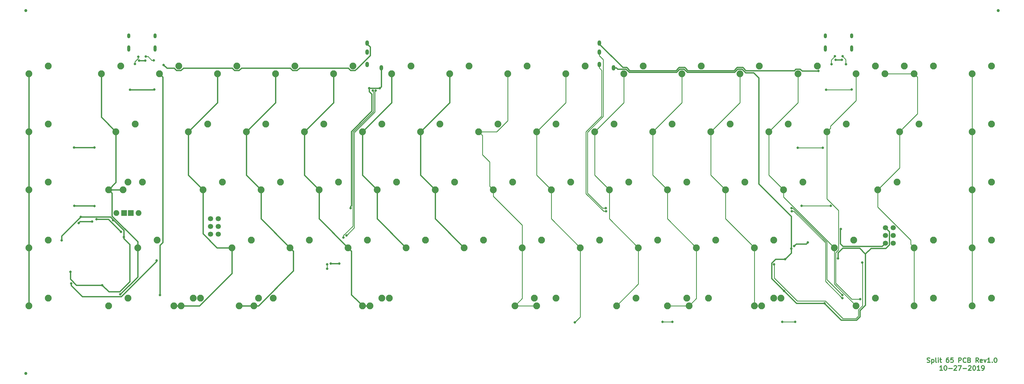
<source format=gtl>
G04 #@! TF.GenerationSoftware,KiCad,Pcbnew,(5.0.0)*
G04 #@! TF.CreationDate,2020-01-09T12:02:49-05:00*
G04 #@! TF.ProjectId,split_65,73706C69745F36352E6B696361645F70,1.0*
G04 #@! TF.SameCoordinates,Original*
G04 #@! TF.FileFunction,Copper,L1,Top,Signal*
G04 #@! TF.FilePolarity,Positive*
%FSLAX46Y46*%
G04 Gerber Fmt 4.6, Leading zero omitted, Abs format (unit mm)*
G04 Created by KiCad (PCBNEW (5.0.0)) date 01/09/20 12:02:49*
%MOMM*%
%LPD*%
G01*
G04 APERTURE LIST*
G04 #@! TA.AperFunction,NonConductor*
%ADD10C,0.300000*%
G04 #@! TD*
G04 #@! TA.AperFunction,ComponentPad*
%ADD11C,2.250000*%
G04 #@! TD*
G04 #@! TA.AperFunction,ComponentPad*
%ADD12C,1.700000*%
G04 #@! TD*
G04 #@! TA.AperFunction,ComponentPad*
%ADD13O,1.000000X2.100000*%
G04 #@! TD*
G04 #@! TA.AperFunction,ComponentPad*
%ADD14O,1.000000X1.600000*%
G04 #@! TD*
G04 #@! TA.AperFunction,ComponentPad*
%ADD15O,1.200000X1.800000*%
G04 #@! TD*
G04 #@! TA.AperFunction,BGAPad,CuDef*
%ADD16C,1.000000*%
G04 #@! TD*
G04 #@! TA.AperFunction,ComponentPad*
%ADD17C,1.905000*%
G04 #@! TD*
G04 #@! TA.AperFunction,ComponentPad*
%ADD18R,1.905000X1.905000*%
G04 #@! TD*
G04 #@! TA.AperFunction,ViaPad*
%ADD19C,0.800000*%
G04 #@! TD*
G04 #@! TA.AperFunction,Conductor*
%ADD20C,0.381000*%
G04 #@! TD*
G04 #@! TA.AperFunction,Conductor*
%ADD21C,0.254000*%
G04 #@! TD*
G04 APERTURE END LIST*
D10*
X319566568Y-154114042D02*
X319780854Y-154185471D01*
X320137997Y-154185471D01*
X320280854Y-154114042D01*
X320352282Y-154042614D01*
X320423711Y-153899757D01*
X320423711Y-153756900D01*
X320352282Y-153614042D01*
X320280854Y-153542614D01*
X320137997Y-153471185D01*
X319852282Y-153399757D01*
X319709425Y-153328328D01*
X319637997Y-153256900D01*
X319566568Y-153114042D01*
X319566568Y-152971185D01*
X319637997Y-152828328D01*
X319709425Y-152756900D01*
X319852282Y-152685471D01*
X320209425Y-152685471D01*
X320423711Y-152756900D01*
X321066568Y-153185471D02*
X321066568Y-154685471D01*
X321066568Y-153256900D02*
X321209425Y-153185471D01*
X321495140Y-153185471D01*
X321637997Y-153256900D01*
X321709425Y-153328328D01*
X321780854Y-153471185D01*
X321780854Y-153899757D01*
X321709425Y-154042614D01*
X321637997Y-154114042D01*
X321495140Y-154185471D01*
X321209425Y-154185471D01*
X321066568Y-154114042D01*
X322637997Y-154185471D02*
X322495140Y-154114042D01*
X322423711Y-153971185D01*
X322423711Y-152685471D01*
X323209425Y-154185471D02*
X323209425Y-153185471D01*
X323209425Y-152685471D02*
X323137997Y-152756900D01*
X323209425Y-152828328D01*
X323280854Y-152756900D01*
X323209425Y-152685471D01*
X323209425Y-152828328D01*
X323709425Y-153185471D02*
X324280854Y-153185471D01*
X323923711Y-152685471D02*
X323923711Y-153971185D01*
X323995140Y-154114042D01*
X324137997Y-154185471D01*
X324280854Y-154185471D01*
X326566568Y-152685471D02*
X326280854Y-152685471D01*
X326137997Y-152756900D01*
X326066568Y-152828328D01*
X325923711Y-153042614D01*
X325852282Y-153328328D01*
X325852282Y-153899757D01*
X325923711Y-154042614D01*
X325995140Y-154114042D01*
X326137997Y-154185471D01*
X326423711Y-154185471D01*
X326566568Y-154114042D01*
X326637997Y-154042614D01*
X326709425Y-153899757D01*
X326709425Y-153542614D01*
X326637997Y-153399757D01*
X326566568Y-153328328D01*
X326423711Y-153256900D01*
X326137997Y-153256900D01*
X325995140Y-153328328D01*
X325923711Y-153399757D01*
X325852282Y-153542614D01*
X328066568Y-152685471D02*
X327352282Y-152685471D01*
X327280854Y-153399757D01*
X327352282Y-153328328D01*
X327495140Y-153256900D01*
X327852282Y-153256900D01*
X327995140Y-153328328D01*
X328066568Y-153399757D01*
X328137997Y-153542614D01*
X328137997Y-153899757D01*
X328066568Y-154042614D01*
X327995140Y-154114042D01*
X327852282Y-154185471D01*
X327495140Y-154185471D01*
X327352282Y-154114042D01*
X327280854Y-154042614D01*
X329923711Y-154185471D02*
X329923711Y-152685471D01*
X330495140Y-152685471D01*
X330637997Y-152756900D01*
X330709425Y-152828328D01*
X330780854Y-152971185D01*
X330780854Y-153185471D01*
X330709425Y-153328328D01*
X330637997Y-153399757D01*
X330495140Y-153471185D01*
X329923711Y-153471185D01*
X332280854Y-154042614D02*
X332209425Y-154114042D01*
X331995140Y-154185471D01*
X331852282Y-154185471D01*
X331637997Y-154114042D01*
X331495140Y-153971185D01*
X331423711Y-153828328D01*
X331352282Y-153542614D01*
X331352282Y-153328328D01*
X331423711Y-153042614D01*
X331495140Y-152899757D01*
X331637997Y-152756900D01*
X331852282Y-152685471D01*
X331995140Y-152685471D01*
X332209425Y-152756900D01*
X332280854Y-152828328D01*
X333423711Y-153399757D02*
X333637997Y-153471185D01*
X333709425Y-153542614D01*
X333780854Y-153685471D01*
X333780854Y-153899757D01*
X333709425Y-154042614D01*
X333637997Y-154114042D01*
X333495140Y-154185471D01*
X332923711Y-154185471D01*
X332923711Y-152685471D01*
X333423711Y-152685471D01*
X333566568Y-152756900D01*
X333637997Y-152828328D01*
X333709425Y-152971185D01*
X333709425Y-153114042D01*
X333637997Y-153256900D01*
X333566568Y-153328328D01*
X333423711Y-153399757D01*
X332923711Y-153399757D01*
X336423711Y-154185471D02*
X335923711Y-153471185D01*
X335566568Y-154185471D02*
X335566568Y-152685471D01*
X336137997Y-152685471D01*
X336280854Y-152756900D01*
X336352282Y-152828328D01*
X336423711Y-152971185D01*
X336423711Y-153185471D01*
X336352282Y-153328328D01*
X336280854Y-153399757D01*
X336137997Y-153471185D01*
X335566568Y-153471185D01*
X337637997Y-154114042D02*
X337495140Y-154185471D01*
X337209425Y-154185471D01*
X337066568Y-154114042D01*
X336995140Y-153971185D01*
X336995140Y-153399757D01*
X337066568Y-153256900D01*
X337209425Y-153185471D01*
X337495140Y-153185471D01*
X337637997Y-153256900D01*
X337709425Y-153399757D01*
X337709425Y-153542614D01*
X336995140Y-153685471D01*
X338209425Y-153185471D02*
X338566568Y-154185471D01*
X338923711Y-153185471D01*
X340280854Y-154185471D02*
X339423711Y-154185471D01*
X339852282Y-154185471D02*
X339852282Y-152685471D01*
X339709425Y-152899757D01*
X339566568Y-153042614D01*
X339423711Y-153114042D01*
X340923711Y-154042614D02*
X340995140Y-154114042D01*
X340923711Y-154185471D01*
X340852282Y-154114042D01*
X340923711Y-154042614D01*
X340923711Y-154185471D01*
X341923711Y-152685471D02*
X342066568Y-152685471D01*
X342209425Y-152756900D01*
X342280854Y-152828328D01*
X342352282Y-152971185D01*
X342423711Y-153256900D01*
X342423711Y-153614042D01*
X342352282Y-153899757D01*
X342280854Y-154042614D01*
X342209425Y-154114042D01*
X342066568Y-154185471D01*
X341923711Y-154185471D01*
X341780854Y-154114042D01*
X341709425Y-154042614D01*
X341637997Y-153899757D01*
X341566568Y-153614042D01*
X341566568Y-153256900D01*
X341637997Y-152971185D01*
X341709425Y-152828328D01*
X341780854Y-152756900D01*
X341923711Y-152685471D01*
X324566568Y-156735471D02*
X323709425Y-156735471D01*
X324137997Y-156735471D02*
X324137997Y-155235471D01*
X323995140Y-155449757D01*
X323852282Y-155592614D01*
X323709425Y-155664042D01*
X325495140Y-155235471D02*
X325637997Y-155235471D01*
X325780854Y-155306900D01*
X325852282Y-155378328D01*
X325923711Y-155521185D01*
X325995140Y-155806900D01*
X325995140Y-156164042D01*
X325923711Y-156449757D01*
X325852282Y-156592614D01*
X325780854Y-156664042D01*
X325637997Y-156735471D01*
X325495140Y-156735471D01*
X325352282Y-156664042D01*
X325280854Y-156592614D01*
X325209425Y-156449757D01*
X325137997Y-156164042D01*
X325137997Y-155806900D01*
X325209425Y-155521185D01*
X325280854Y-155378328D01*
X325352282Y-155306900D01*
X325495140Y-155235471D01*
X326637997Y-156164042D02*
X327780854Y-156164042D01*
X328423711Y-155378328D02*
X328495140Y-155306900D01*
X328637997Y-155235471D01*
X328995140Y-155235471D01*
X329137997Y-155306900D01*
X329209425Y-155378328D01*
X329280854Y-155521185D01*
X329280854Y-155664042D01*
X329209425Y-155878328D01*
X328352282Y-156735471D01*
X329280854Y-156735471D01*
X329780854Y-155235471D02*
X330780854Y-155235471D01*
X330137997Y-156735471D01*
X331352282Y-156164042D02*
X332495140Y-156164042D01*
X333137997Y-155378328D02*
X333209425Y-155306900D01*
X333352282Y-155235471D01*
X333709425Y-155235471D01*
X333852282Y-155306900D01*
X333923711Y-155378328D01*
X333995140Y-155521185D01*
X333995140Y-155664042D01*
X333923711Y-155878328D01*
X333066568Y-156735471D01*
X333995140Y-156735471D01*
X334923711Y-155235471D02*
X335066568Y-155235471D01*
X335209425Y-155306900D01*
X335280854Y-155378328D01*
X335352282Y-155521185D01*
X335423711Y-155806900D01*
X335423711Y-156164042D01*
X335352282Y-156449757D01*
X335280854Y-156592614D01*
X335209425Y-156664042D01*
X335066568Y-156735471D01*
X334923711Y-156735471D01*
X334780854Y-156664042D01*
X334709425Y-156592614D01*
X334637997Y-156449757D01*
X334566568Y-156164042D01*
X334566568Y-155806900D01*
X334637997Y-155521185D01*
X334709425Y-155378328D01*
X334780854Y-155306900D01*
X334923711Y-155235471D01*
X336852282Y-156735471D02*
X335995140Y-156735471D01*
X336423711Y-156735471D02*
X336423711Y-155235471D01*
X336280854Y-155449757D01*
X336137997Y-155592614D01*
X335995140Y-155664042D01*
X337566568Y-156735471D02*
X337852282Y-156735471D01*
X337995140Y-156664042D01*
X338066568Y-156592614D01*
X338209425Y-156378328D01*
X338280854Y-156092614D01*
X338280854Y-155521185D01*
X338209425Y-155378328D01*
X338137997Y-155306900D01*
X337995140Y-155235471D01*
X337709425Y-155235471D01*
X337566568Y-155306900D01*
X337495140Y-155378328D01*
X337423711Y-155521185D01*
X337423711Y-155878328D01*
X337495140Y-156021185D01*
X337566568Y-156092614D01*
X337709425Y-156164042D01*
X337995140Y-156164042D01*
X338137997Y-156092614D01*
X338209425Y-156021185D01*
X338280854Y-155878328D01*
D11*
G04 #@! TO.P,MX20,2*
G04 #@! TO.N,Net-(D19-Pad2)*
X126365728Y-94933088D03*
G04 #@! TO.P,MX20,1*
G04 #@! TO.N,COL5*
X120015728Y-97473088D03*
G04 #@! TD*
D12*
G04 #@! TO.P,J10,6*
G04 #@! TO.N,GNDA*
X305863540Y-115030000D03*
G04 #@! TO.P,J10,5*
G04 #@! TO.N,RESET-R*
X308403540Y-115030000D03*
G04 #@! TO.P,J10,4*
G04 #@! TO.N,MOSI-R*
X305863540Y-112490000D03*
G04 #@! TO.P,J10,3*
G04 #@! TO.N,SCK-R*
X308403540Y-112490000D03*
G04 #@! TO.P,J10,2*
G04 #@! TO.N,+5VA*
X305863540Y-109950000D03*
G04 #@! TO.P,J10,1*
G04 #@! TO.N,MISO-R*
X308403540Y-109950000D03*
G04 #@! TD*
G04 #@! TO.P,J2,1*
G04 #@! TO.N,MISO*
X86970000Y-106980000D03*
G04 #@! TO.P,J2,2*
G04 #@! TO.N,+5V*
X84430000Y-106980000D03*
G04 #@! TO.P,J2,3*
G04 #@! TO.N,SCK*
X86970000Y-109520000D03*
G04 #@! TO.P,J2,4*
G04 #@! TO.N,MOSI*
X84430000Y-109520000D03*
G04 #@! TO.P,J2,5*
G04 #@! TO.N,RESET*
X86970000Y-112060000D03*
G04 #@! TO.P,J2,6*
G04 #@! TO.N,GND*
X84430000Y-112060000D03*
G04 #@! TD*
D11*
G04 #@! TO.P,MX29,1*
G04 #@! TO.N,COL7*
X167641008Y-116523200D03*
G04 #@! TO.P,MX29,2*
G04 #@! TO.N,Net-(D28-Pad2)*
X173991008Y-113983200D03*
G04 #@! TD*
G04 #@! TO.P,MX25,1*
G04 #@! TO.N,COL3*
X91440560Y-116523200D03*
G04 #@! TO.P,MX25,2*
G04 #@! TO.N,Net-(D24-Pad2)*
X97790560Y-113983200D03*
G04 #@! TD*
G04 #@! TO.P,MX21,1*
G04 #@! TO.N,COL6*
X139065840Y-97473088D03*
G04 #@! TO.P,MX21,2*
G04 #@! TO.N,Net-(D20-Pad2)*
X145415840Y-94933088D03*
G04 #@! TD*
D13*
G04 #@! TO.P,USB1,13*
G04 #@! TO.N,GND*
X57592500Y-51131042D03*
X66232500Y-51131042D03*
D14*
X57592500Y-46951042D03*
X66232500Y-46951042D03*
G04 #@! TD*
D15*
G04 #@! TO.P,J1,1*
G04 #@! TO.N,GND*
X135812500Y-49336990D03*
G04 #@! TO.P,J1,2*
G04 #@! TO.N,SCL*
X135812500Y-52336990D03*
G04 #@! TO.P,J1,3*
G04 #@! TO.N,SDA*
X135812500Y-56336990D03*
G04 #@! TO.P,J1,4*
G04 #@! TO.N,+5V*
X140412500Y-57436990D03*
G04 #@! TD*
D13*
G04 #@! TO.P,USB2,13*
G04 #@! TO.N,GNDA*
X286194292Y-51131042D03*
X294834292Y-51131042D03*
D14*
X286194292Y-46951042D03*
X294834292Y-46951042D03*
G04 #@! TD*
D15*
G04 #@! TO.P,J9,4*
G04 #@! TO.N,+5VA*
X216612290Y-57436990D03*
G04 #@! TO.P,J9,3*
G04 #@! TO.N,SDA-R*
X212012290Y-56336990D03*
G04 #@! TO.P,J9,2*
G04 #@! TO.N,SCL-R*
X212012290Y-52336990D03*
G04 #@! TO.P,J9,1*
G04 #@! TO.N,GNDA*
X212012290Y-49336990D03*
G04 #@! TD*
D16*
G04 #@! TO.P,FID2,~*
G04 #@! TO.N,N/C*
X23812600Y-38695475D03*
G04 #@! TD*
G04 #@! TO.P,FID4,~*
G04 #@! TO.N,N/C*
X342901440Y-38695475D03*
G04 #@! TD*
G04 #@! TO.P,FID6,~*
G04 #@! TO.N,N/C*
X23812600Y-157758475D03*
G04 #@! TD*
D11*
G04 #@! TO.P,MX0,1*
G04 #@! TO.N,COL0*
X24765168Y-59372864D03*
G04 #@! TO.P,MX0,2*
G04 #@! TO.N,Net-(D0-Pad2)*
X31115168Y-56832864D03*
G04 #@! TD*
G04 #@! TO.P,MX1,1*
G04 #@! TO.N,COL1*
X48577808Y-59372864D03*
G04 #@! TO.P,MX1,2*
G04 #@! TO.N,Net-(D1-Pad2)*
X54927808Y-56832864D03*
G04 #@! TD*
G04 #@! TO.P,MX2,1*
G04 #@! TO.N,COL2*
X67627920Y-59372864D03*
G04 #@! TO.P,MX2,2*
G04 #@! TO.N,Net-(D2-Pad2)*
X73977920Y-56832864D03*
G04 #@! TD*
G04 #@! TO.P,MX3,1*
G04 #@! TO.N,COL3*
X86678032Y-59372864D03*
G04 #@! TO.P,MX3,2*
G04 #@! TO.N,Net-(D3-Pad2)*
X93028032Y-56832864D03*
G04 #@! TD*
G04 #@! TO.P,MX4,2*
G04 #@! TO.N,Net-(D4-Pad2)*
X112078144Y-56832864D03*
G04 #@! TO.P,MX4,1*
G04 #@! TO.N,COL4*
X105728144Y-59372864D03*
G04 #@! TD*
G04 #@! TO.P,MX5,2*
G04 #@! TO.N,Net-(D5-Pad2)*
X131128256Y-56832864D03*
G04 #@! TO.P,MX5,1*
G04 #@! TO.N,COL5*
X124778256Y-59372864D03*
G04 #@! TD*
G04 #@! TO.P,MX6,2*
G04 #@! TO.N,Net-(D6-Pad2)*
X150178368Y-56832864D03*
G04 #@! TO.P,MX6,1*
G04 #@! TO.N,COL6*
X143828368Y-59372864D03*
G04 #@! TD*
G04 #@! TO.P,MX7,2*
G04 #@! TO.N,Net-(D7-Pad2)*
X169228480Y-56832864D03*
G04 #@! TO.P,MX7,1*
G04 #@! TO.N,COL7*
X162878480Y-59372864D03*
G04 #@! TD*
G04 #@! TO.P,MX8,2*
G04 #@! TO.N,Net-(D8-Pad2)*
X31115168Y-75882976D03*
G04 #@! TO.P,MX8,1*
G04 #@! TO.N,COL0*
X24765168Y-78422976D03*
G04 #@! TD*
G04 #@! TO.P,MX9,2*
G04 #@! TO.N,Net-(D9-Pad2)*
X59690336Y-75882976D03*
G04 #@! TO.P,MX9,1*
G04 #@! TO.N,COL1*
X53340336Y-78422976D03*
G04 #@! TD*
G04 #@! TO.P,MX10,2*
G04 #@! TO.N,Net-(D10-Pad2)*
X83502976Y-75882976D03*
G04 #@! TO.P,MX10,1*
G04 #@! TO.N,COL3*
X77152976Y-78422976D03*
G04 #@! TD*
G04 #@! TO.P,MX11,2*
G04 #@! TO.N,Net-(D11-Pad2)*
X102553088Y-75882976D03*
G04 #@! TO.P,MX11,1*
G04 #@! TO.N,COL4*
X96203088Y-78422976D03*
G04 #@! TD*
G04 #@! TO.P,MX12,1*
G04 #@! TO.N,COL5*
X115253200Y-78422976D03*
G04 #@! TO.P,MX12,2*
G04 #@! TO.N,Net-(D12-Pad2)*
X121603200Y-75882976D03*
G04 #@! TD*
G04 #@! TO.P,MX13,1*
G04 #@! TO.N,COL6*
X134303312Y-78422976D03*
G04 #@! TO.P,MX13,2*
G04 #@! TO.N,Net-(D13-Pad2)*
X140653312Y-75882976D03*
G04 #@! TD*
G04 #@! TO.P,MX14,2*
G04 #@! TO.N,Net-(D14-Pad2)*
X159703424Y-75882976D03*
G04 #@! TO.P,MX14,1*
G04 #@! TO.N,COL7*
X153353424Y-78422976D03*
G04 #@! TD*
G04 #@! TO.P,MX15,1*
G04 #@! TO.N,COL0*
X24765168Y-97473088D03*
G04 #@! TO.P,MX15,2*
G04 #@! TO.N,Net-(D15-Pad2)*
X31115168Y-94933088D03*
G04 #@! TD*
G04 #@! TO.P,MX18,2*
G04 #@! TO.N,Net-(D17-Pad2)*
X88265504Y-94933088D03*
G04 #@! TO.P,MX18,1*
G04 #@! TO.N,COL3*
X81915504Y-97473088D03*
G04 #@! TD*
G04 #@! TO.P,MX19,1*
G04 #@! TO.N,COL4*
X100965616Y-97473088D03*
G04 #@! TO.P,MX19,2*
G04 #@! TO.N,Net-(D18-Pad2)*
X107315616Y-94933088D03*
G04 #@! TD*
G04 #@! TO.P,MX22,2*
G04 #@! TO.N,Net-(D21-Pad2)*
X164465952Y-94933088D03*
G04 #@! TO.P,MX22,1*
G04 #@! TO.N,COL7*
X158115952Y-97473088D03*
G04 #@! TD*
G04 #@! TO.P,MX23,1*
G04 #@! TO.N,COL0*
X24765168Y-116523200D03*
G04 #@! TO.P,MX23,2*
G04 #@! TO.N,Net-(D22-Pad2)*
X31115168Y-113983200D03*
G04 #@! TD*
G04 #@! TO.P,MX24,1*
G04 #@! TO.N,COL1*
X60484128Y-116523200D03*
G04 #@! TO.P,MX24,2*
G04 #@! TO.N,Net-(D23-Pad2)*
X66834128Y-113983200D03*
G04 #@! TD*
G04 #@! TO.P,MX26,1*
G04 #@! TO.N,COL4*
X110490672Y-116523200D03*
G04 #@! TO.P,MX26,2*
G04 #@! TO.N,Net-(D25-Pad2)*
X116840672Y-113983200D03*
G04 #@! TD*
G04 #@! TO.P,MX27,1*
G04 #@! TO.N,COL5*
X129540784Y-116523200D03*
G04 #@! TO.P,MX27,2*
G04 #@! TO.N,Net-(D26-Pad2)*
X135890784Y-113983200D03*
G04 #@! TD*
G04 #@! TO.P,MX28,2*
G04 #@! TO.N,Net-(D27-Pad2)*
X154940896Y-113983200D03*
G04 #@! TO.P,MX28,1*
G04 #@! TO.N,COL6*
X148590896Y-116523200D03*
G04 #@! TD*
G04 #@! TO.P,MX30,2*
G04 #@! TO.N,Net-(D29-Pad2)*
X31115168Y-133033312D03*
G04 #@! TO.P,MX30,1*
G04 #@! TO.N,COL0*
X24765168Y-135573312D03*
G04 #@! TD*
G04 #@! TO.P,MX31,1*
G04 #@! TO.N,COL3*
X72390448Y-135573312D03*
G04 #@! TO.P,MX31,2*
G04 #@! TO.N,Net-(D31-Pad2)*
X78740448Y-133033312D03*
G04 #@! TD*
G04 #@! TO.P,MX32,1*
G04 #@! TO.N,COL1*
X50959072Y-135573312D03*
G04 #@! TO.P,MX32,2*
G04 #@! TO.N,Net-(D30-Pad2)*
X57309072Y-133033312D03*
G04 #@! TD*
G04 #@! TO.P,MX33,1*
G04 #@! TO.N,COL3*
X74771712Y-135573312D03*
G04 #@! TO.P,MX33,2*
G04 #@! TO.N,Net-(D31-Pad2)*
X81121712Y-133033312D03*
G04 #@! TD*
G04 #@! TO.P,MX34,2*
G04 #@! TO.N,Net-(D32-Pad2)*
X100171824Y-133033312D03*
G04 #@! TO.P,MX34,1*
G04 #@! TO.N,COL4*
X93821824Y-135573312D03*
G04 #@! TD*
G04 #@! TO.P,MX35,2*
G04 #@! TO.N,Net-(D32-Pad2)*
X104934352Y-133033312D03*
G04 #@! TO.P,MX35,1*
G04 #@! TO.N,COL4*
X98584352Y-135573312D03*
G04 #@! TD*
G04 #@! TO.P,MX36,1*
G04 #@! TO.N,COL5*
X134303312Y-135573312D03*
G04 #@! TO.P,MX36,2*
G04 #@! TO.N,Net-(D33-Pad2)*
X140653312Y-133033312D03*
G04 #@! TD*
G04 #@! TO.P,MX37,1*
G04 #@! TO.N,COL5*
X136684576Y-135573312D03*
G04 #@! TO.P,MX37,2*
G04 #@! TO.N,Net-(D33-Pad2)*
X143034576Y-133033312D03*
G04 #@! TD*
G04 #@! TO.P,MX38,2*
G04 #@! TO.N,Net-(D35-Pad2)*
X188278676Y-56832864D03*
G04 #@! TO.P,MX38,1*
G04 #@! TO.N,COL0-R*
X181928676Y-59372864D03*
G04 #@! TD*
G04 #@! TO.P,MX39,2*
G04 #@! TO.N,Net-(D36-Pad2)*
X207328788Y-56832864D03*
G04 #@! TO.P,MX39,1*
G04 #@! TO.N,COL1-R*
X200978788Y-59372864D03*
G04 #@! TD*
G04 #@! TO.P,MX40,1*
G04 #@! TO.N,COL2-R*
X220028900Y-59372864D03*
G04 #@! TO.P,MX40,2*
G04 #@! TO.N,Net-(D37-Pad2)*
X226378900Y-56832864D03*
G04 #@! TD*
G04 #@! TO.P,MX41,1*
G04 #@! TO.N,COL3-R*
X239079012Y-59372864D03*
G04 #@! TO.P,MX41,2*
G04 #@! TO.N,Net-(D38-Pad2)*
X245429012Y-56832864D03*
G04 #@! TD*
G04 #@! TO.P,MX42,1*
G04 #@! TO.N,COL4-R*
X258129124Y-59372864D03*
G04 #@! TO.P,MX42,2*
G04 #@! TO.N,Net-(D39-Pad2)*
X264479124Y-56832864D03*
G04 #@! TD*
G04 #@! TO.P,MX43,2*
G04 #@! TO.N,Net-(D40-Pad2)*
X283529236Y-56832864D03*
G04 #@! TO.P,MX43,1*
G04 #@! TO.N,COL5-R*
X277179236Y-59372864D03*
G04 #@! TD*
G04 #@! TO.P,MX44,1*
G04 #@! TO.N,COL6-R*
X296229348Y-59372864D03*
G04 #@! TO.P,MX44,2*
G04 #@! TO.N,Net-(D41-Pad2)*
X302579348Y-56832864D03*
G04 #@! TD*
G04 #@! TO.P,MX45,1*
G04 #@! TO.N,COL7-R*
X305754404Y-59372864D03*
G04 #@! TO.P,MX45,2*
G04 #@! TO.N,Net-(D42-Pad2)*
X312104404Y-56832864D03*
G04 #@! TD*
G04 #@! TO.P,MX46,1*
G04 #@! TO.N,COL7-R*
X315279460Y-59372864D03*
G04 #@! TO.P,MX46,2*
G04 #@! TO.N,Net-(D42-Pad2)*
X321629460Y-56832864D03*
G04 #@! TD*
G04 #@! TO.P,MX47,2*
G04 #@! TO.N,Net-(D43-Pad2)*
X340679572Y-56832864D03*
G04 #@! TO.P,MX47,1*
G04 #@! TO.N,COL8-R*
X334329572Y-59372864D03*
G04 #@! TD*
G04 #@! TO.P,MX48,2*
G04 #@! TO.N,Net-(D44-Pad2)*
X178753620Y-75882976D03*
G04 #@! TO.P,MX48,1*
G04 #@! TO.N,COL0-R*
X172403620Y-78422976D03*
G04 #@! TD*
G04 #@! TO.P,MX49,1*
G04 #@! TO.N,COL1-R*
X191453732Y-78422976D03*
G04 #@! TO.P,MX49,2*
G04 #@! TO.N,Net-(D45-Pad2)*
X197803732Y-75882976D03*
G04 #@! TD*
G04 #@! TO.P,MX50,2*
G04 #@! TO.N,Net-(D46-Pad2)*
X216853844Y-75882976D03*
G04 #@! TO.P,MX50,1*
G04 #@! TO.N,COL2-R*
X210503844Y-78422976D03*
G04 #@! TD*
G04 #@! TO.P,MX51,1*
G04 #@! TO.N,COL3-R*
X229553956Y-78422976D03*
G04 #@! TO.P,MX51,2*
G04 #@! TO.N,Net-(D47-Pad2)*
X235903956Y-75882976D03*
G04 #@! TD*
G04 #@! TO.P,MX52,2*
G04 #@! TO.N,Net-(D48-Pad2)*
X254954068Y-75882976D03*
G04 #@! TO.P,MX52,1*
G04 #@! TO.N,COL4-R*
X248604068Y-78422976D03*
G04 #@! TD*
G04 #@! TO.P,MX53,1*
G04 #@! TO.N,COL5-R*
X267654180Y-78422976D03*
G04 #@! TO.P,MX53,2*
G04 #@! TO.N,Net-(D49-Pad2)*
X274004180Y-75882976D03*
G04 #@! TD*
G04 #@! TO.P,MX54,2*
G04 #@! TO.N,Net-(D50-Pad2)*
X293054292Y-75882976D03*
G04 #@! TO.P,MX54,1*
G04 #@! TO.N,COL6-R*
X286704292Y-78422976D03*
G04 #@! TD*
G04 #@! TO.P,MX55,1*
G04 #@! TO.N,COL7-R*
X310516932Y-78422976D03*
G04 #@! TO.P,MX55,2*
G04 #@! TO.N,Net-(D51-Pad2)*
X316866932Y-75882976D03*
G04 #@! TD*
G04 #@! TO.P,MX56,1*
G04 #@! TO.N,COL8-R*
X334329572Y-78422976D03*
G04 #@! TO.P,MX56,2*
G04 #@! TO.N,Net-(D52-Pad2)*
X340679572Y-75882976D03*
G04 #@! TD*
G04 #@! TO.P,MX57,1*
G04 #@! TO.N,COL0-R*
X177166148Y-97473088D03*
G04 #@! TO.P,MX57,2*
G04 #@! TO.N,Net-(D53-Pad2)*
X183516148Y-94933088D03*
G04 #@! TD*
G04 #@! TO.P,MX58,2*
G04 #@! TO.N,Net-(D54-Pad2)*
X202566260Y-94933088D03*
G04 #@! TO.P,MX58,1*
G04 #@! TO.N,COL1-R*
X196216260Y-97473088D03*
G04 #@! TD*
G04 #@! TO.P,MX59,2*
G04 #@! TO.N,Net-(D55-Pad2)*
X221616372Y-94933088D03*
G04 #@! TO.P,MX59,1*
G04 #@! TO.N,COL2-R*
X215266372Y-97473088D03*
G04 #@! TD*
G04 #@! TO.P,MX60,1*
G04 #@! TO.N,COL3-R*
X234316484Y-97473088D03*
G04 #@! TO.P,MX60,2*
G04 #@! TO.N,Net-(D56-Pad2)*
X240666484Y-94933088D03*
G04 #@! TD*
G04 #@! TO.P,MX61,2*
G04 #@! TO.N,Net-(D57-Pad2)*
X259716596Y-94933088D03*
G04 #@! TO.P,MX61,1*
G04 #@! TO.N,COL4-R*
X253366596Y-97473088D03*
G04 #@! TD*
G04 #@! TO.P,MX62,1*
G04 #@! TO.N,COL5-R*
X272416708Y-97473088D03*
G04 #@! TO.P,MX62,2*
G04 #@! TO.N,Net-(D58-Pad2)*
X278766708Y-94933088D03*
G04 #@! TD*
G04 #@! TO.P,MX63,1*
G04 #@! TO.N,COL7-R*
X303373140Y-97473088D03*
G04 #@! TO.P,MX63,2*
G04 #@! TO.N,Net-(D59-Pad2)*
X309723140Y-94933088D03*
G04 #@! TD*
G04 #@! TO.P,MX64,2*
G04 #@! TO.N,Net-(D60-Pad2)*
X340679572Y-94933088D03*
G04 #@! TO.P,MX64,1*
G04 #@! TO.N,COL8-R*
X334329572Y-97473088D03*
G04 #@! TD*
G04 #@! TO.P,MX65,2*
G04 #@! TO.N,Net-(D61-Pad2)*
X193041204Y-113983200D03*
G04 #@! TO.P,MX65,1*
G04 #@! TO.N,COL0-R*
X186691204Y-116523200D03*
G04 #@! TD*
G04 #@! TO.P,MX66,1*
G04 #@! TO.N,COL1-R*
X205741316Y-116523200D03*
G04 #@! TO.P,MX66,2*
G04 #@! TO.N,Net-(D62-Pad2)*
X212091316Y-113983200D03*
G04 #@! TD*
G04 #@! TO.P,MX67,2*
G04 #@! TO.N,Net-(D63-Pad2)*
X231141428Y-113983200D03*
G04 #@! TO.P,MX67,1*
G04 #@! TO.N,COL2-R*
X224791428Y-116523200D03*
G04 #@! TD*
G04 #@! TO.P,MX68,1*
G04 #@! TO.N,COL3-R*
X243841540Y-116523200D03*
G04 #@! TO.P,MX68,2*
G04 #@! TO.N,Net-(D64-Pad2)*
X250191540Y-113983200D03*
G04 #@! TD*
G04 #@! TO.P,MX69,2*
G04 #@! TO.N,Net-(D65-Pad2)*
X269241652Y-113983200D03*
G04 #@! TO.P,MX69,1*
G04 #@! TO.N,COL4-R*
X262891652Y-116523200D03*
G04 #@! TD*
G04 #@! TO.P,MX70,2*
G04 #@! TO.N,Net-(D66-Pad2)*
X295435556Y-113983200D03*
G04 #@! TO.P,MX70,1*
G04 #@! TO.N,COL5-R*
X289085556Y-116523200D03*
G04 #@! TD*
G04 #@! TO.P,MX71,2*
G04 #@! TO.N,Net-(D67-Pad2)*
X321629460Y-113983200D03*
G04 #@! TO.P,MX71,1*
G04 #@! TO.N,COL7-R*
X315279460Y-116523200D03*
G04 #@! TD*
G04 #@! TO.P,MX72,2*
G04 #@! TO.N,Net-(D68-Pad2)*
X340679572Y-113983200D03*
G04 #@! TO.P,MX72,1*
G04 #@! TO.N,COL8-R*
X334329572Y-116523200D03*
G04 #@! TD*
G04 #@! TO.P,MX73,2*
G04 #@! TO.N,Net-(D69-Pad2)*
X197803732Y-133033312D03*
G04 #@! TO.P,MX73,1*
G04 #@! TO.N,COL0-R*
X191453732Y-135573312D03*
G04 #@! TD*
G04 #@! TO.P,MX74,2*
G04 #@! TO.N,Net-(D69-Pad2)*
X190659940Y-133033312D03*
G04 #@! TO.P,MX74,1*
G04 #@! TO.N,COL0-R*
X184309940Y-135573312D03*
G04 #@! TD*
G04 #@! TO.P,MX75,2*
G04 #@! TO.N,Net-(D70-Pad2)*
X223997636Y-133033312D03*
G04 #@! TO.P,MX75,1*
G04 #@! TO.N,COL2-R*
X217647636Y-135573312D03*
G04 #@! TD*
G04 #@! TO.P,MX76,1*
G04 #@! TO.N,COL3-R*
X234316484Y-135573312D03*
G04 #@! TO.P,MX76,2*
G04 #@! TO.N,Net-(D71-Pad2)*
X240666484Y-133033312D03*
G04 #@! TD*
G04 #@! TO.P,MX77,1*
G04 #@! TO.N,COL3-R*
X241460276Y-135573312D03*
G04 #@! TO.P,MX77,2*
G04 #@! TO.N,Net-(D71-Pad2)*
X247810276Y-133033312D03*
G04 #@! TD*
G04 #@! TO.P,MX78,2*
G04 #@! TO.N,Net-(D72-Pad2)*
X269241652Y-133033312D03*
G04 #@! TO.P,MX78,1*
G04 #@! TO.N,COL4-R*
X262891652Y-135573312D03*
G04 #@! TD*
G04 #@! TO.P,MX79,2*
G04 #@! TO.N,Net-(D72-Pad2)*
X271622916Y-133033312D03*
G04 #@! TO.P,MX79,1*
G04 #@! TO.N,COL4-R*
X265272916Y-135573312D03*
G04 #@! TD*
G04 #@! TO.P,MX80,2*
G04 #@! TO.N,Net-(D73-Pad2)*
X302579348Y-133033312D03*
G04 #@! TO.P,MX80,1*
G04 #@! TO.N,COL5-R*
X296229348Y-135573312D03*
G04 #@! TD*
G04 #@! TO.P,MX81,1*
G04 #@! TO.N,COL7-R*
X315279460Y-135573312D03*
G04 #@! TO.P,MX81,2*
G04 #@! TO.N,Net-(D74-Pad2)*
X321629460Y-133033312D03*
G04 #@! TD*
G04 #@! TO.P,MX82,1*
G04 #@! TO.N,COL8-R*
X334329572Y-135573312D03*
G04 #@! TO.P,MX82,2*
G04 #@! TO.N,Net-(D75-Pad2)*
X340679572Y-133033312D03*
G04 #@! TD*
G04 #@! TO.P,MX16,2*
G04 #@! TO.N,Net-(D16-Pad2)*
X57309072Y-94933088D03*
G04 #@! TO.P,MX16,1*
G04 #@! TO.N,COL1*
X50959072Y-97473088D03*
D17*
G04 #@! TO.P,MX16,3*
G04 #@! TO.N,CAPSLOCK*
X53499072Y-105093088D03*
D18*
G04 #@! TO.P,MX16,4*
G04 #@! TO.N,Net-(MX16-Pad4)*
X56039072Y-105093088D03*
G04 #@! TD*
D11*
G04 #@! TO.P,MX17,2*
G04 #@! TO.N,Net-(D16-Pad2)*
X62071600Y-94933088D03*
G04 #@! TO.P,MX17,1*
G04 #@! TO.N,COL1*
X55721600Y-97473088D03*
D17*
G04 #@! TO.P,MX17,3*
G04 #@! TO.N,CAPSLOCK*
X60801600Y-105093088D03*
D18*
G04 #@! TO.P,MX17,4*
G04 #@! TO.N,Net-(MX16-Pad4)*
X58261600Y-105093088D03*
G04 #@! TD*
D19*
G04 #@! TO.N,GND*
X69030000Y-56490000D03*
X46990000Y-107168300D03*
X55020000Y-111320000D03*
G04 #@! TO.N,+5V*
X41830000Y-106400000D03*
X55930000Y-112980000D03*
X139900000Y-64130000D03*
X136490000Y-64130000D03*
X35580000Y-114130000D03*
X38410000Y-124450000D03*
X48860000Y-128800000D03*
X52360002Y-107511568D03*
X130360000Y-103490000D03*
G04 #@! TO.N,ROW0*
X57960000Y-64649998D03*
X65970000Y-64550000D03*
G04 #@! TO.N,ROW1*
X39580000Y-83630000D03*
X46300000Y-83580000D03*
G04 #@! TO.N,ROW2*
X39680000Y-102770000D03*
X46340000Y-102800000D03*
G04 #@! TO.N,ROW3*
X123854696Y-121736613D03*
X126640000Y-121750000D03*
X66710000Y-120720000D03*
X38650000Y-128237011D03*
G04 #@! TO.N,VCC*
X60935200Y-55070000D03*
X62949999Y-55070000D03*
G04 #@! TO.N,SCL*
X122660000Y-121975579D03*
X122690000Y-123385190D03*
X138590000Y-64898300D03*
X128998376Y-112518376D03*
G04 #@! TO.N,SDA*
X128010000Y-113180000D03*
X137612197Y-64898300D03*
G04 #@! TO.N,COL1*
X54791405Y-131778015D03*
G04 #@! TO.N,COL2*
X67830199Y-132009801D03*
G04 #@! TO.N,GNDA*
X283853511Y-58504504D03*
X291260000Y-110340000D03*
G04 #@! TO.N,+5VA*
X290273540Y-120000000D03*
X275013540Y-116830000D03*
X285863540Y-134770000D03*
X272973540Y-120320000D03*
X272595164Y-130688376D03*
G04 #@! TO.N,ROW0-R*
X286433540Y-64620000D03*
X294803540Y-64580000D03*
G04 #@! TO.N,ROW1-R*
X285273540Y-83680000D03*
X277073540Y-83680000D03*
G04 #@! TO.N,ROW2-R*
X287913540Y-102760000D03*
X278333540Y-102780000D03*
G04 #@! TO.N,ROW3-R*
X298253540Y-121410000D03*
X269326929Y-121940000D03*
G04 #@! TO.N,ROW4-R*
X232723540Y-140830000D03*
X235913540Y-140830000D03*
X272053540Y-140835200D03*
X276213540Y-140890000D03*
G04 #@! TO.N,VDD*
X291593540Y-54860000D03*
X289568740Y-54870000D03*
G04 #@! TO.N,SCL-R*
X291731419Y-132072121D03*
X275099579Y-103533961D03*
X214143540Y-103530000D03*
G04 #@! TO.N,SDA-R*
X291744191Y-133049839D03*
X275112052Y-104543172D03*
X214163540Y-104540000D03*
G04 #@! TO.N,COL1-R*
X203940000Y-141030000D03*
G04 #@! TO.N,COL6-R*
X297583540Y-133430000D03*
G04 #@! TO.N,VBUS*
X41140000Y-108390000D03*
X45577349Y-107933327D03*
G04 #@! TO.N,VDC*
X275913540Y-115930000D03*
X280363540Y-114760000D03*
G04 #@! TO.N,Net-(R41-Pad1)*
X63181729Y-53751729D03*
X65740000Y-54980000D03*
G04 #@! TO.N,Net-(R42-Pad1)*
X60670000Y-53830000D03*
X59560000Y-56190000D03*
G04 #@! TO.N,Net-(R89-Pad1)*
X291843540Y-53690000D03*
X292923540Y-56280000D03*
G04 #@! TO.N,Net-(R90-Pad1)*
X289263540Y-53690000D03*
X288163540Y-56240000D03*
G04 #@! TD*
D20*
G04 #@! TO.N,GND*
X70050000Y-57510000D02*
X69030000Y-56490000D01*
X72484619Y-57510000D02*
X70050000Y-57510000D01*
X72484619Y-57549649D02*
X72484619Y-57510000D01*
X73261135Y-58326165D02*
X72484619Y-57549649D01*
X75471221Y-57510000D02*
X75471221Y-57549649D01*
X91534731Y-57510000D02*
X75471221Y-57510000D01*
X91534731Y-57549649D02*
X91534731Y-57510000D01*
X94521333Y-57549649D02*
X93744817Y-58326165D01*
X94521333Y-57510000D02*
X94521333Y-57549649D01*
X110584843Y-57510000D02*
X94521333Y-57510000D01*
X132621557Y-57510000D02*
X132621557Y-57549649D01*
X92311247Y-58326165D02*
X91534731Y-57549649D01*
X132670000Y-57510000D02*
X132621557Y-57510000D01*
X136793500Y-53386500D02*
X132670000Y-57510000D01*
X111361359Y-58326165D02*
X110584843Y-57549649D01*
X75471221Y-57549649D02*
X74694705Y-58326165D01*
X136793500Y-50617990D02*
X136793500Y-53386500D01*
X93744817Y-58326165D02*
X92311247Y-58326165D01*
X135812500Y-49336990D02*
X135812500Y-49636990D01*
X113571445Y-57549649D02*
X112794929Y-58326165D01*
X135812500Y-49636990D02*
X136793500Y-50617990D01*
X110584843Y-57549649D02*
X110584843Y-57510000D01*
X132621557Y-57549649D02*
X131845041Y-58326165D01*
X113571445Y-57510000D02*
X113571445Y-57549649D01*
X74694705Y-58326165D02*
X73261135Y-58326165D01*
X131845041Y-58326165D02*
X130411471Y-58326165D01*
X130411471Y-58326165D02*
X129634955Y-57549649D01*
X112794929Y-58326165D02*
X111361359Y-58326165D01*
X129634955Y-57549649D02*
X129634955Y-57510000D01*
X129634955Y-57510000D02*
X113571445Y-57510000D01*
X46990000Y-107168300D02*
X50868300Y-107168300D01*
X54620001Y-110920001D02*
X55020000Y-111320000D01*
X50868300Y-107168300D02*
X54620001Y-110920001D01*
G04 #@! TO.N,+5V*
X42395685Y-106400000D02*
X41830000Y-106400000D01*
X51550000Y-106400000D02*
X42395685Y-106400000D01*
X55930000Y-112980000D02*
X55930000Y-110780000D01*
X139900000Y-64130000D02*
X136490000Y-64130000D01*
X140412500Y-63617500D02*
X139900000Y-64130000D01*
X140412500Y-57436990D02*
X140412500Y-63617500D01*
X55930000Y-110780000D02*
X52750000Y-107600000D01*
X52750000Y-107600000D02*
X51550000Y-106400000D01*
X52448434Y-107600000D02*
X52360002Y-107511568D01*
X52750000Y-107600000D02*
X52448434Y-107600000D01*
X55930000Y-113545685D02*
X55930000Y-112980000D01*
X57870000Y-115485685D02*
X55930000Y-113545685D01*
X57870000Y-127690000D02*
X57870000Y-115485685D01*
X54620000Y-130940000D02*
X57870000Y-127690000D01*
X48860000Y-128800000D02*
X51000000Y-130940000D01*
X51000000Y-130940000D02*
X54620000Y-130940000D01*
X38410000Y-126810000D02*
X38410000Y-124450000D01*
X48860000Y-128800000D02*
X40400000Y-128800000D01*
X40400000Y-128800000D02*
X38410000Y-126810000D01*
X35580000Y-112650000D02*
X41830000Y-106400000D01*
X35580000Y-114130000D02*
X35580000Y-112650000D01*
X136490000Y-64130000D02*
X136490000Y-65270000D01*
X136490000Y-65270000D02*
X137330000Y-66110000D01*
X137330000Y-71620000D02*
X136210000Y-72740000D01*
X137330000Y-66110000D02*
X137330000Y-71620000D01*
X136820000Y-72130000D02*
X136210000Y-72740000D01*
X130360000Y-102924315D02*
X130360000Y-103490000D01*
X130600000Y-102684315D02*
X130360000Y-102924315D01*
X136210000Y-72740000D02*
X130600000Y-78350000D01*
X130600000Y-78350000D02*
X130600000Y-102684315D01*
G04 #@! TO.N,ROW0*
X57960000Y-64649998D02*
X65870002Y-64649998D01*
X65870002Y-64649998D02*
X65970000Y-64550000D01*
G04 #@! TO.N,ROW1*
X39580000Y-83630000D02*
X46250000Y-83630000D01*
X46250000Y-83630000D02*
X46300000Y-83580000D01*
G04 #@! TO.N,ROW2*
X46310000Y-102770000D02*
X46340000Y-102800000D01*
X39680000Y-102770000D02*
X46310000Y-102770000D01*
G04 #@! TO.N,ROW3*
X123854696Y-121736613D02*
X126626613Y-121736613D01*
X126626613Y-121736613D02*
X126640000Y-121750000D01*
X66710000Y-120960000D02*
X66710000Y-120720000D01*
X55110000Y-132560000D02*
X66710000Y-120960000D01*
X42295674Y-132560000D02*
X55110000Y-132560000D01*
X38650000Y-128237011D02*
X38650000Y-128914326D01*
X38650000Y-128914326D02*
X42295674Y-132560000D01*
G04 #@! TO.N,VCC*
X60935200Y-55070000D02*
X62949999Y-55070000D01*
D21*
G04 #@! TO.N,SCL*
X122690000Y-122005579D02*
X122660000Y-121975579D01*
X122690000Y-123385190D02*
X122690000Y-122005579D01*
X138330000Y-65158300D02*
X138330000Y-71950000D01*
X138590000Y-64898300D02*
X138330000Y-65158300D01*
X138330000Y-71950000D02*
X131541811Y-78738189D01*
X131541811Y-78738189D02*
X131541811Y-109974941D01*
X131541811Y-109974941D02*
X129398375Y-112118377D01*
X129398375Y-112118377D02*
X128998376Y-112518376D01*
G04 #@! TO.N,SDA*
X128010000Y-112614315D02*
X128010000Y-113180000D01*
X137612197Y-64898300D02*
X137870000Y-65156103D01*
X137870000Y-65156103D02*
X137870000Y-71780474D01*
X137870000Y-71780474D02*
X131110001Y-78540473D01*
X131110001Y-78540473D02*
X131110000Y-109410000D01*
X131110000Y-109410000D02*
X128010000Y-112510000D01*
X128010000Y-112510000D02*
X128010000Y-112614315D01*
D20*
G04 #@! TO.N,COL0*
X24765168Y-59372864D02*
X24765168Y-78422976D01*
X24765168Y-78422976D02*
X24765168Y-97473088D01*
X24765168Y-99064078D02*
X24765168Y-116523200D01*
X24765168Y-97473088D02*
X24765168Y-99064078D01*
X24765168Y-116523200D02*
X24765168Y-135573312D01*
G04 #@! TO.N,COL1*
X48577808Y-73660448D02*
X53340336Y-78422976D01*
X48577808Y-59372864D02*
X48577808Y-73660448D01*
X53340336Y-95091824D02*
X50959072Y-97473088D01*
X53340336Y-78422976D02*
X53340336Y-95091824D01*
X60484128Y-114932210D02*
X60484128Y-116523200D01*
X60484128Y-114543852D02*
X60484128Y-114932210D01*
X52084071Y-106143795D02*
X60484128Y-114543852D01*
X52084071Y-98598087D02*
X52084071Y-106143795D01*
X50959072Y-97473088D02*
X52084071Y-98598087D01*
X54130610Y-97473088D02*
X50959072Y-97473088D01*
X55721600Y-97473088D02*
X54130610Y-97473088D01*
X60484128Y-116523200D02*
X60484128Y-126048256D01*
X60484128Y-126048256D02*
X60484128Y-126085292D01*
X60484128Y-126085292D02*
X54791405Y-131778015D01*
G04 #@! TO.N,COL2*
X67830199Y-115669801D02*
X67830199Y-132009801D01*
X68752919Y-114747081D02*
X67830199Y-115669801D01*
X67627920Y-59372864D02*
X68752919Y-60497863D01*
X68752919Y-60497863D02*
X68752919Y-114747081D01*
G04 #@! TO.N,COL3*
X86678032Y-68897920D02*
X77152976Y-78422976D01*
X86678032Y-59372864D02*
X86678032Y-68897920D01*
X77152976Y-92710560D02*
X81915504Y-97473088D01*
X77152976Y-78422976D02*
X77152976Y-92710560D01*
X89849570Y-116523200D02*
X91440560Y-116523200D01*
X86530258Y-116523200D02*
X89849570Y-116523200D01*
X81915504Y-111908446D02*
X86530258Y-116523200D01*
X81915504Y-97473088D02*
X81915504Y-111908446D01*
X76362702Y-135573312D02*
X74771712Y-135573312D01*
X80791798Y-135573312D02*
X76362702Y-135573312D01*
X91440560Y-124924550D02*
X80791798Y-135573312D01*
X91440560Y-116523200D02*
X91440560Y-124924550D01*
X74771712Y-135573312D02*
X72390448Y-135573312D01*
G04 #@! TO.N,COL4*
X105728144Y-68897920D02*
X96203088Y-78422976D01*
X105728144Y-59372864D02*
X105728144Y-68897920D01*
X96203088Y-92710560D02*
X100965616Y-97473088D01*
X96203088Y-78422976D02*
X96203088Y-92710560D01*
X100965616Y-106998144D02*
X110490672Y-116523200D01*
X100965616Y-97473088D02*
X100965616Y-106998144D01*
X100175342Y-135573312D02*
X98584352Y-135573312D01*
X111615671Y-124132983D02*
X100175342Y-135573312D01*
X111615671Y-117648199D02*
X111615671Y-124132983D01*
X110490672Y-116523200D02*
X111615671Y-117648199D01*
X96993362Y-135573312D02*
X93821824Y-135573312D01*
X98584352Y-135573312D02*
X96993362Y-135573312D01*
G04 #@! TO.N,COL5*
X124778256Y-68897920D02*
X115253200Y-78422976D01*
X124778256Y-59372864D02*
X124778256Y-68897920D01*
X115253200Y-92710560D02*
X120015728Y-97473088D01*
X115253200Y-78422976D02*
X115253200Y-92710560D01*
X120015728Y-106998144D02*
X129540784Y-116523200D01*
X120015728Y-97473088D02*
X120015728Y-106998144D01*
X133178313Y-134448313D02*
X134303312Y-135573312D01*
X130665783Y-131935783D02*
X133178313Y-134448313D01*
X130665783Y-117648199D02*
X130665783Y-131935783D01*
X129540784Y-116523200D02*
X130665783Y-117648199D01*
X134303312Y-135573312D02*
X136684576Y-135573312D01*
G04 #@! TO.N,COL6*
X143828368Y-68897920D02*
X134303312Y-78422976D01*
X143828368Y-59372864D02*
X143828368Y-68897920D01*
X134303312Y-92710560D02*
X139065840Y-97473088D01*
X134303312Y-78422976D02*
X134303312Y-92710560D01*
X139065840Y-106998144D02*
X148590896Y-116523200D01*
X139065840Y-97473088D02*
X139065840Y-106998144D01*
G04 #@! TO.N,GNDA*
X212012290Y-49636990D02*
X212012290Y-49336990D01*
X283853511Y-58504504D02*
X278520962Y-58504504D01*
X275992014Y-58350000D02*
X260106624Y-58350000D01*
X276462451Y-57879563D02*
X275992014Y-58350000D01*
X257180871Y-57320753D02*
X256151624Y-58350000D01*
X237101512Y-58350000D02*
X222006400Y-58350000D01*
X219696052Y-57320752D02*
X212012290Y-49636990D01*
X278520962Y-58504504D02*
X277896021Y-57879563D01*
X259077376Y-57320752D02*
X257180871Y-57320753D01*
X238130759Y-57320753D02*
X237101512Y-58350000D01*
X277896021Y-57879563D02*
X276462451Y-57879563D01*
X256151624Y-58350000D02*
X241056512Y-58350000D01*
X241056512Y-58350000D02*
X240027264Y-57320752D01*
X220977152Y-57320752D02*
X219696052Y-57320752D01*
X260106624Y-58350000D02*
X259077376Y-57320752D01*
X240027264Y-57320752D02*
X238130759Y-57320753D01*
X222006400Y-58350000D02*
X220977152Y-57320752D01*
X291030000Y-110570000D02*
X291260000Y-110340000D01*
X291030000Y-115210000D02*
X291030000Y-110570000D01*
X291890000Y-116070000D02*
X291030000Y-115210000D01*
X305863540Y-115030000D02*
X304823540Y-116070000D01*
X304823540Y-116070000D02*
X291890000Y-116070000D01*
G04 #@! TO.N,+5VA*
X275013540Y-118280000D02*
X272973540Y-120320000D01*
X275013540Y-116830000D02*
X275013540Y-118280000D01*
X305863540Y-109970000D02*
X305863540Y-109950000D01*
X299218857Y-118466415D02*
X299307125Y-118466415D01*
X299273540Y-118521098D02*
X299273540Y-135345700D01*
X297518851Y-137100389D02*
X297518851Y-139175164D01*
X297518851Y-139175164D02*
X296428704Y-140265311D01*
X299218857Y-118466415D02*
X299273540Y-118521098D01*
X296428704Y-140265311D02*
X291358851Y-140265311D01*
X286263539Y-135169999D02*
X285863540Y-134770000D01*
X291358851Y-140265311D02*
X286263539Y-135169999D01*
X299273540Y-135345700D02*
X297518851Y-137100389D01*
X269809843Y-120320000D02*
X268558628Y-121571215D01*
X268558628Y-121571215D02*
X268558628Y-126651840D01*
X268558628Y-126651840D02*
X272195165Y-130288377D01*
X272995163Y-131088375D02*
X272595164Y-130688376D01*
X272195165Y-130288377D02*
X272595164Y-130688376D01*
X272973540Y-120320000D02*
X269809843Y-120320000D01*
X276676788Y-134770000D02*
X272995163Y-131088375D01*
X285863540Y-134770000D02*
X276676788Y-134770000D01*
X260029661Y-59063315D02*
X258845909Y-57879563D01*
X262585633Y-59063315D02*
X260029661Y-59063315D01*
X221774932Y-58908810D02*
X220745685Y-57879563D01*
X217593290Y-57436990D02*
X216612290Y-57436990D01*
X264301325Y-60779007D02*
X262585633Y-59063315D01*
X264301325Y-95517785D02*
X264301325Y-60779007D01*
X275013540Y-116830000D02*
X275013540Y-106230000D01*
X275013540Y-106230000D02*
X264301325Y-95517785D01*
X258845909Y-57879563D02*
X257412339Y-57879563D01*
X256383092Y-58908810D02*
X240825044Y-58908810D01*
X257412339Y-57879563D02*
X256383092Y-58908810D01*
X239795797Y-57879563D02*
X238362227Y-57879563D01*
X240825044Y-58908810D02*
X239795797Y-57879563D01*
X238362227Y-57879563D02*
X237332980Y-58908810D01*
X237332980Y-58908810D02*
X221774932Y-58908810D01*
X220745685Y-57879563D02*
X218035863Y-57879563D01*
X218035863Y-57879563D02*
X217593290Y-57436990D01*
X301104638Y-116690000D02*
X299273540Y-118521098D01*
X306006626Y-116690000D02*
X301104638Y-116690000D01*
X307150000Y-115546626D02*
X306006626Y-116690000D01*
X305863540Y-109950000D02*
X307150000Y-111236460D01*
X307150000Y-111236460D02*
X307150000Y-115546626D01*
X297381253Y-116628811D02*
X299218857Y-118466415D01*
X290273540Y-118189158D02*
X291833887Y-116628811D01*
X290273540Y-120000000D02*
X290273540Y-118189158D01*
X291833887Y-116628811D02*
X297381253Y-116628811D01*
D21*
G04 #@! TO.N,ROW0-R*
X286433540Y-64620000D02*
X294763540Y-64620000D01*
X294763540Y-64620000D02*
X294803540Y-64580000D01*
G04 #@! TO.N,ROW1-R*
X285273540Y-83680000D02*
X277073540Y-83680000D01*
G04 #@! TO.N,ROW2-R*
X287913540Y-102760000D02*
X278353540Y-102760000D01*
X278353540Y-102760000D02*
X278333540Y-102780000D01*
G04 #@! TO.N,ROW3-R*
X269356929Y-121970000D02*
X269326929Y-121940000D01*
X276943540Y-134040000D02*
X269356929Y-126453389D01*
X286163540Y-134040000D02*
X276943540Y-134040000D01*
X291893540Y-139770000D02*
X286163540Y-134040000D01*
X298313540Y-121470000D02*
X298313540Y-135605226D01*
X269356929Y-126453389D02*
X269356929Y-121970000D01*
X298253540Y-121410000D02*
X298313540Y-121470000D01*
X298313540Y-135605226D02*
X297023540Y-136895226D01*
X297023540Y-136895226D02*
X297023540Y-138970000D01*
X297023540Y-138970000D02*
X296223540Y-139770000D01*
X296223540Y-139770000D02*
X291893540Y-139770000D01*
G04 #@! TO.N,ROW4-R*
X232723540Y-140830000D02*
X235913540Y-140830000D01*
X272053540Y-140835200D02*
X276158740Y-140835200D01*
X276158740Y-140835200D02*
X276213540Y-140890000D01*
D20*
G04 #@! TO.N,VDD*
X291593540Y-54860000D02*
X289578740Y-54860000D01*
X289578740Y-54860000D02*
X289568740Y-54870000D01*
D21*
G04 #@! TO.N,SCL-R*
X275125618Y-103560000D02*
X275099579Y-103533961D01*
X275474212Y-103560000D02*
X275125618Y-103560000D01*
X286635756Y-114721544D02*
X275474212Y-103560000D01*
X291731419Y-132072121D02*
X286635756Y-126976458D01*
X286635756Y-126976458D02*
X286635756Y-114721544D01*
X212012290Y-53490990D02*
X212012290Y-52336990D01*
X213257489Y-54736189D02*
X212012290Y-53490990D01*
X213257489Y-73416723D02*
X213257489Y-54736189D01*
X208054043Y-78620169D02*
X213257489Y-73416723D01*
X208054043Y-98570503D02*
X208054043Y-78620169D01*
X213013540Y-103530000D02*
X208054043Y-98570503D01*
X214143540Y-103530000D02*
X213013540Y-103530000D01*
G04 #@! TO.N,SDA-R*
X286203945Y-114900405D02*
X275846712Y-104543172D01*
X286203945Y-127550405D02*
X286203945Y-114900405D01*
X291703379Y-133049839D02*
X286203945Y-127550405D01*
X275846712Y-104543172D02*
X275112052Y-104543172D01*
X291744191Y-133049839D02*
X291703379Y-133049839D01*
X212012290Y-57490990D02*
X212012290Y-56336990D01*
X207622232Y-78441308D02*
X212793540Y-73270000D01*
X213412868Y-104540000D02*
X207622232Y-98749364D01*
X212793540Y-73270000D02*
X212793540Y-58272240D01*
X214163540Y-104540000D02*
X213412868Y-104540000D01*
X207622232Y-98749364D02*
X207622232Y-78441308D01*
X212793540Y-58272240D02*
X212012290Y-57490990D01*
G04 #@! TO.N,COL0-R*
X173994610Y-78422976D02*
X172403620Y-78422976D01*
X178329726Y-78422976D02*
X173994610Y-78422976D01*
X181928676Y-74824026D02*
X178329726Y-78422976D01*
X181928676Y-59372864D02*
X181928676Y-74824026D01*
X176041149Y-96348089D02*
X177166148Y-97473088D01*
X176041149Y-88377609D02*
X176041149Y-96348089D01*
X173616475Y-85952935D02*
X176041149Y-88377609D01*
X172403620Y-78422976D02*
X173616475Y-79635831D01*
X173616475Y-79635831D02*
X173616475Y-85952935D01*
X186691204Y-114932210D02*
X186691204Y-116523200D01*
X186691204Y-109130222D02*
X186691204Y-114932210D01*
X177166148Y-99605166D02*
X186691204Y-109130222D01*
X177166148Y-97473088D02*
X177166148Y-99605166D01*
X186691204Y-133192048D02*
X184309940Y-135573312D01*
X186691204Y-116523200D02*
X186691204Y-133192048D01*
X185900930Y-135573312D02*
X191453732Y-135573312D01*
X184309940Y-135573312D02*
X185900930Y-135573312D01*
G04 #@! TO.N,COL1-R*
X200978788Y-68897920D02*
X191453732Y-78422976D01*
X200978788Y-59372864D02*
X200978788Y-68897920D01*
X191453732Y-92710560D02*
X196216260Y-97473088D01*
X191453732Y-78422976D02*
X191453732Y-92710560D01*
X196216260Y-106998144D02*
X205741316Y-116523200D01*
X196216260Y-97473088D02*
X196216260Y-106998144D01*
X205741316Y-116523200D02*
X205741316Y-139228684D01*
X205741316Y-139228684D02*
X203940000Y-141030000D01*
G04 #@! TO.N,COL2-R*
X220028900Y-68897920D02*
X210503844Y-78422976D01*
X220028900Y-59372864D02*
X220028900Y-68897920D01*
X210503844Y-92710560D02*
X215266372Y-97473088D01*
X210503844Y-78422976D02*
X210503844Y-92710560D01*
X215266372Y-106998144D02*
X224791428Y-116523200D01*
X215266372Y-97473088D02*
X215266372Y-106998144D01*
X224791428Y-128429520D02*
X217647636Y-135573312D01*
X224791428Y-116523200D02*
X224791428Y-128429520D01*
G04 #@! TO.N,COL3-R*
X239079012Y-68897920D02*
X229553956Y-78422976D01*
X239079012Y-59372864D02*
X239079012Y-68897920D01*
X229553956Y-92710560D02*
X234316484Y-97473088D01*
X229553956Y-78422976D02*
X229553956Y-92710560D01*
X234316484Y-106998144D02*
X243841540Y-116523200D01*
X234316484Y-97473088D02*
X234316484Y-106998144D01*
X243841540Y-133192048D02*
X241460276Y-135573312D01*
X243841540Y-116523200D02*
X243841540Y-133192048D01*
X234316484Y-135573312D02*
X241460276Y-135573312D01*
G04 #@! TO.N,COL4-R*
X258129124Y-68897920D02*
X248604068Y-78422976D01*
X258129124Y-59372864D02*
X258129124Y-68897920D01*
X248604068Y-92710560D02*
X253366596Y-97473088D01*
X248604068Y-78422976D02*
X248604068Y-92710560D01*
X261766653Y-115398201D02*
X262891652Y-116523200D01*
X253366596Y-106998144D02*
X261766653Y-115398201D01*
X253366596Y-97473088D02*
X253366596Y-106998144D01*
X262891652Y-116523200D02*
X262891652Y-135573312D01*
X262891652Y-135573312D02*
X265272916Y-135573312D01*
G04 #@! TO.N,COL5-R*
X277179236Y-68897920D02*
X267654180Y-78422976D01*
X277179236Y-59372864D02*
X277179236Y-68897920D01*
X267654180Y-92710560D02*
X272416708Y-97473088D01*
X267654180Y-78422976D02*
X267654180Y-92710560D01*
X272416708Y-99854352D02*
X289085556Y-116523200D01*
X272416708Y-97473088D02*
X272416708Y-99854352D01*
X289085556Y-128429520D02*
X296229348Y-135573312D01*
X289085556Y-116523200D02*
X289085556Y-128429520D01*
G04 #@! TO.N,COL6-R*
X287829291Y-77297977D02*
X286704292Y-78422976D01*
X287829291Y-76594649D02*
X287829291Y-77297977D01*
X296229348Y-68194592D02*
X287829291Y-76594649D01*
X296229348Y-59372864D02*
X296229348Y-68194592D01*
X294793540Y-133430000D02*
X297583540Y-133430000D01*
X286704292Y-100507646D02*
X290515357Y-104318711D01*
X290515357Y-104318711D02*
X290515357Y-117209505D01*
X290515357Y-117209505D02*
X289517366Y-118207496D01*
X289517366Y-118207496D02*
X289517366Y-128153826D01*
X286704292Y-78422976D02*
X286704292Y-100507646D01*
X289517366Y-128153826D02*
X294793540Y-133430000D01*
D20*
G04 #@! TO.N,VBUS*
X41596673Y-107933327D02*
X45011664Y-107933327D01*
X45011664Y-107933327D02*
X45577349Y-107933327D01*
X41140000Y-108390000D02*
X41596673Y-107933327D01*
G04 #@! TO.N,VDC*
X279963541Y-115159999D02*
X280363540Y-114760000D01*
X279853540Y-115270000D02*
X279963541Y-115159999D01*
X275913540Y-115930000D02*
X276573540Y-115270000D01*
X276573540Y-115270000D02*
X279853540Y-115270000D01*
D21*
G04 #@! TO.N,COL7-R*
X305754404Y-59372864D02*
X315279460Y-59372864D01*
X311641931Y-77297977D02*
X310516932Y-78422976D01*
X316404459Y-72535449D02*
X311641931Y-77297977D01*
X316404459Y-60497863D02*
X316404459Y-72535449D01*
X315279460Y-59372864D02*
X316404459Y-60497863D01*
X310516932Y-90329296D02*
X303373140Y-97473088D01*
X310516932Y-78422976D02*
X310516932Y-90329296D01*
X314154461Y-115398201D02*
X315279460Y-116523200D01*
X314154461Y-113991815D02*
X314154461Y-115398201D01*
X303373140Y-103210494D02*
X314154461Y-113991815D01*
X303373140Y-97473088D02*
X303373140Y-103210494D01*
X315279460Y-118114190D02*
X315279460Y-135573312D01*
X315279460Y-116523200D02*
X315279460Y-118114190D01*
G04 #@! TO.N,COL8-R*
X334329572Y-59372864D02*
X334329572Y-78422976D01*
X334329572Y-78422976D02*
X334329572Y-97473088D01*
X334329572Y-97473088D02*
X334329572Y-116523200D01*
X334329572Y-118114190D02*
X334329572Y-135573312D01*
X334329572Y-116523200D02*
X334329572Y-118114190D01*
G04 #@! TO.N,Net-(R41-Pad1)*
X65174315Y-54980000D02*
X65740000Y-54980000D01*
X65110000Y-54980000D02*
X65174315Y-54980000D01*
X63181729Y-53751729D02*
X63881729Y-53751729D01*
X63881729Y-53751729D02*
X65110000Y-54980000D01*
G04 #@! TO.N,Net-(R42-Pad1)*
X59560000Y-55430000D02*
X59560000Y-56190000D01*
X60670000Y-53830000D02*
X60670000Y-54320000D01*
X60670000Y-54320000D02*
X59560000Y-55430000D01*
G04 #@! TO.N,Net-(R89-Pad1)*
X292863540Y-56220000D02*
X292923540Y-56280000D01*
X291843540Y-53690000D02*
X292863540Y-54710000D01*
X292863540Y-54710000D02*
X292863540Y-56220000D01*
G04 #@! TO.N,Net-(R90-Pad1)*
X288063540Y-56140000D02*
X288163540Y-56240000D01*
X289263540Y-53690000D02*
X288063540Y-54890000D01*
X288063540Y-54890000D02*
X288063540Y-56140000D01*
D20*
G04 #@! TO.N,COL7*
X162878480Y-68897920D02*
X153353424Y-78422976D01*
X162878480Y-59372864D02*
X162878480Y-68897920D01*
X153353424Y-92710560D02*
X158115952Y-97473088D01*
X153353424Y-78422976D02*
X153353424Y-92710560D01*
X158115952Y-106998144D02*
X167641008Y-116523200D01*
X158115952Y-97473088D02*
X158115952Y-106998144D01*
G04 #@! TD*
M02*

</source>
